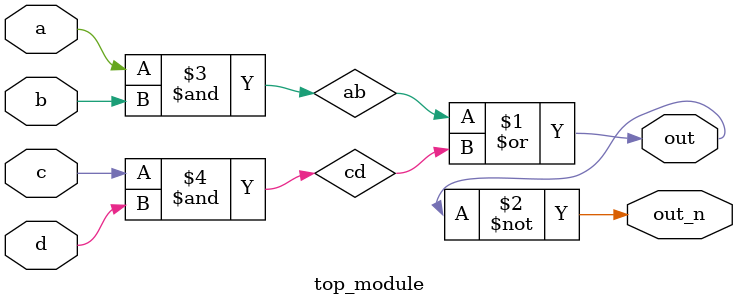
<source format=v>
`default_nettype none
module top_module(
    input a,
    input b,
    input c,
    input d,
    output out,
    output out_n   ); 
	wire ab;
    wire cd;
    assign out = ab | cd;
    assign out_n = ~out;
    assign ab = a & b;
    assign cd = c & d;
endmodule

</source>
